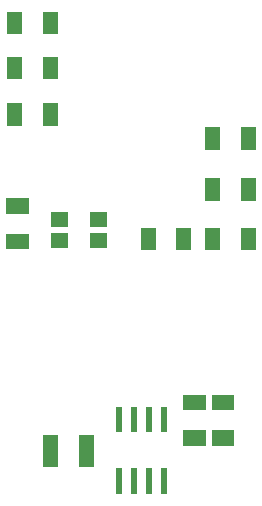
<source format=gbr>
G04 start of page 9 for group -4015 idx -4015 *
G04 Title: (unknown), toppaste *
G04 Creator: pcb 20140316 *
G04 CreationDate: Tue 10 Mar 2015 03:40:30 PM GMT UTC *
G04 For: fosse *
G04 Format: Gerber/RS-274X *
G04 PCB-Dimensions (mil): 1250.00 2150.00 *
G04 PCB-Coordinate-Origin: lower left *
%MOIN*%
%FSLAX25Y25*%
%LNTOPPASTE*%
%ADD60R,0.0200X0.0200*%
%ADD59R,0.0512X0.0512*%
G54D59*X80819Y62914D02*X83181D01*
X80819Y51104D02*X83181D01*
X34095Y49505D02*Y43995D01*
X45905Y49505D02*Y43995D01*
G54D60*X72000Y60500D02*Y54000D01*
X67000Y60500D02*Y54000D01*
X62000Y60500D02*Y54000D01*
X57000Y60500D02*Y54000D01*
Y40000D02*Y33500D01*
X62000Y40000D02*Y33500D01*
X67000Y40000D02*Y33500D01*
X72000Y40000D02*Y33500D01*
G54D59*X21819Y128500D02*X24181D01*
X21819Y116690D02*X24181D01*
X88095Y118681D02*Y116319D01*
X99905Y118681D02*Y116319D01*
X22095Y175681D02*Y173319D01*
X33905Y175681D02*Y173319D01*
X22095Y190681D02*Y188319D01*
X33905Y190681D02*Y188319D01*
X22095Y160181D02*Y157819D01*
X33905Y160181D02*Y157819D01*
X66595Y118681D02*Y116319D01*
X78405Y118681D02*Y116319D01*
X36607Y124043D02*X37393D01*
X36607Y116957D02*X37393D01*
X49607Y124043D02*X50393D01*
X49607Y116957D02*X50393D01*
X88095Y135181D02*Y132819D01*
X99905Y135181D02*Y132819D01*
X88095Y152181D02*Y149819D01*
X99905Y152181D02*Y149819D01*
X90319Y62905D02*X92681D01*
X90319Y51095D02*X92681D01*
M02*

</source>
